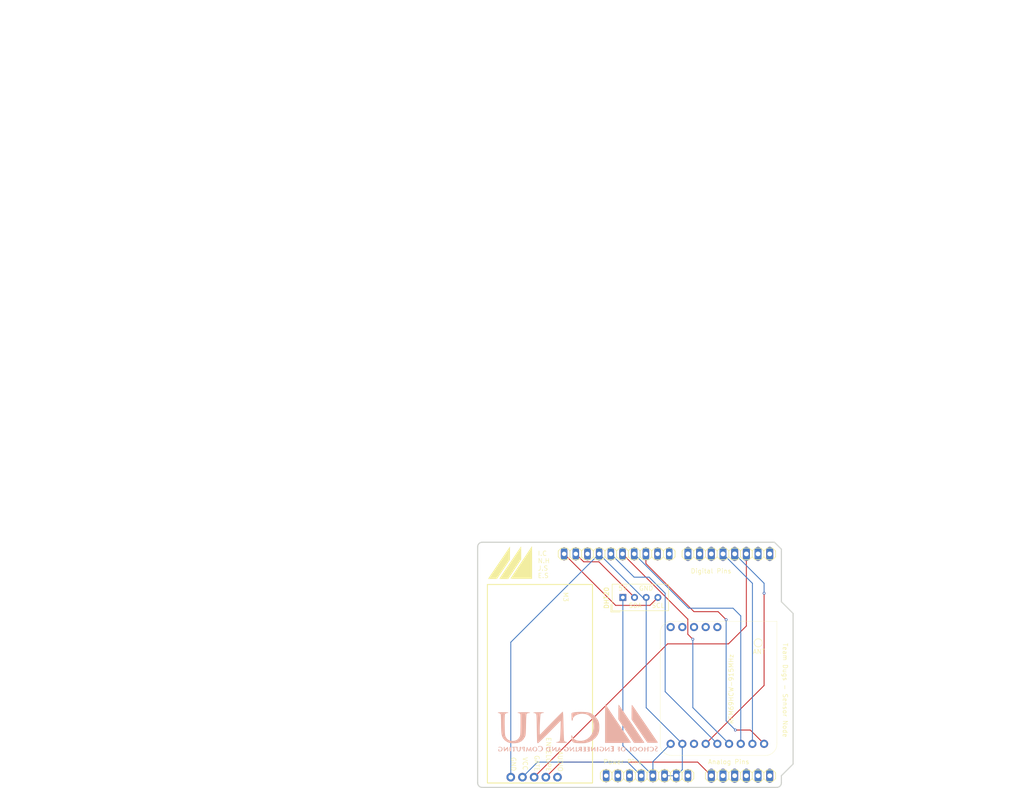
<source format=kicad_pcb>
(kicad_pcb (version 20240108) (generator "pcbnew") (generator_version "8.0")
  (layers (0 "F.Cu" signal) (31 "B.Cu" signal) (34 "B.Paste" user) (35 "F.Paste" user) (36 "B.SilkS" user "B.Silkscreen") (37 "F.SilkS" user "F.Silkscreen") (38 "B.Mask" user) (39 "F.Mask" user) (44 "Edge.Cuts" user))
  (net 0 "")
  (net 5 "/A0")
  (net 7 "/D11")
  (net 8 "/SCL")
  (net 9 "/D12")
  (net 13 "/D13")
  (net 14 "/SDA")
  (net 15 "/GND")
  (net 16 "/D3")
  (net 17 "/D4")
  (net 19 "/D5")
  (net 23 "/D2")
  (net 24 "/5V")
  (net 25 "/3.3V")
  (net 37 "/D10")
  (footprint "FINAL_FOOTPRINTS:SOUND-BOB" (layer "F.Cu") (at 249.7736 -27.8211 -90)
    (property "Reference" "SOUND_BOB1" (hide yes))
    (property "Value" "~")
    (fp_text user "GND" (at 164.4 111.3536 -90) (layer "F.SilkS") (effects (font (thickness 0.1)) (justify left bottom)))
    (fp_text user "ENVELOPE" (at 160.1 103.7336 -90) (layer "F.SilkS") (effects (font (thickness 0.1)) (justify left bottom)))
    (fp_text user "M3" (at 128.5 100 -90) (layer "F.SilkS") (effects (font (thickness 0.1)) (justify left bottom)))
    (fp_text user "AUDIO" (at 163.1 101.1936 -90) (layer "F.SilkS") (effects (font (thickness 0.1)) (justify left bottom)))
    (fp_text user "GATE" (at 164 106.2736 -90) (layer "F.SilkS") (effects (font (thickness 0.1)) (justify left bottom)))
    (fp_text user "VCC" (at 164.4 108.8136 -90) (layer "F.SilkS") (effects (font (thickness 0.1)) (justify left bottom)))
    (pad "" np_thru_hole circle (at 129.4511 96.1136 270) (size 3.302 3.302) (drill 3.302) (layers "F&B.Cu" "*.Mask"))
    (pad "" np_thru_hole circle (at 167.5511 96.1136 270) (size 3.302 3.302) (drill 3.302) (layers "F&B.Cu" "*.Mask"))
    (pad "1" thru_hole circle (at 168.8211 111.3536 270) (size 1.8796 1.8796) (drill 1.016) (layers "*.Cu" "*.Mask") (net 15 "/GND"))
    (pad "2" thru_hole circle (at 168.8211 108.8136 270) (size 1.8796 1.8796) (drill 1.016) (layers "*.Cu" "*.Mask") (net 25 "/3.3V"))
    (pad "3" thru_hole circle (at 168.8211 106.2736 270) (size 1.8796 1.8796) (drill 1.016) (layers "*.Cu" "*.Mask") (net 23 "/D2"))
    (pad "4" thru_hole circle (at 168.8211 103.7336 270) (size 1.8796 1.8796) (drill 1.016) (layers "*.Cu" "*.Mask") (net 5 "/A0"))
    (pad "5" thru_hole circle (at 168.8211 101.1936 270) (size 1.8796 1.8796) (drill 1.016) (layers "*.Cu" "*.Mask"))
  )
  (footprint "Library:POWER_PINS" (layer "F.Cu") (at 168.05 140.69)
    (property "Reference" "POWER1" (hide yes))
    (property "Value" "Power_Pins")
    (pad "1" thru_hole oval (at -8.89 0 90) (size 2.8448 1.4224) (drill 0.95) (layers "*.Cu" "*.Mask"))
    (pad "2" thru_hole oval (at -6.35 0 90) (size 2.8448 1.4224) (drill 0.95) (layers "*.Cu" "*.Mask"))
    (pad "3" thru_hole oval (at -3.81 0 90) (size 2.8448 1.4224) (drill 0.95) (layers "*.Cu" "*.Mask"))
    (pad "4" thru_hole oval (at -1.27 0 90) (size 2.8448 1.4224) (drill 0.95) (layers "*.Cu" "*.Mask") (net 25 "/3.3V"))
    (pad "5" thru_hole oval (at 1.27 0 90) (size 2.8448 1.4224) (drill 0.95) (layers "*.Cu" "*.Mask") (net 24 "/5V"))
    (pad "6" thru_hole oval (at 3.81 0 90) (size 2.8448 1.4224) (drill 0.95) (layers "*.Cu" "*.Mask") (net 15 "/GND"))
    (pad "7" thru_hole oval (at 6.35 0 90) (size 2.8448 1.4224) (drill 0.95) (layers "*.Cu" "*.Mask") (net 15 "/GND"))
    (pad "8" thru_hole oval (at 8.89 0 90) (size 2.8448 1.4224) (drill 0.95) (layers "*.Cu" "*.Mask"))
  )
  (footprint "Library:ANALOG_PINS" (layer "F.Cu") (at 188.37 140.69)
    (property "Reference" "ANALOG-1" (hide yes))
    (property "Value" "Analong Pins")
    (pad "1" thru_hole oval (at -6.35 0 90) (size 3.048 1.524) (drill 1.016) (layers "*.Cu" "*.Mask") (net 5 "/A0"))
    (pad "2" thru_hole oval (at -3.81 0 90) (size 3.048 1.524) (drill 1.016) (layers "*.Cu" "*.Mask"))
    (pad "3" thru_hole oval (at -1.27 0 90) (size 3.048 1.524) (drill 1.016) (layers "*.Cu" "*.Mask"))
    (pad "4" thru_hole oval (at 1.27 0 90) (size 3.048 1.524) (drill 1.016) (layers "*.Cu" "*.Mask"))
    (pad "5" thru_hole oval (at 3.81 0 90) (size 3.048 1.524) (drill 1.016) (layers "*.Cu" "*.Mask"))
    (pad "6" thru_hole oval (at 6.35 0 90) (size 3.048 1.524) (drill 1.016) (layers "*.Cu" "*.Mask"))
  )
  (footprint "FINAL_FOOTPRINTS:RF69_MODULE" (layer "F.Cu") (at 35.0929 16.6814)
    (property "Reference" "RFM69HCW-915MHz" (at 151.2471 105.1686 90) (layer "F.SilkS") (effects (font (thickness 0.1))))
    (property "Value" "~")
    (fp_text user "ANT" (at 155.9 97.6 0) (layer "F.SilkS") (effects (font (thickness 0.1)) (justify left bottom)))
    (pad "1" thru_hole circle (at 138.0871 117.0686 90) (size 1.778 1.778) (drill 1) (layers "*.Cu" "*.Mask") (net 24 "/5V"))
    (pad "2" thru_hole circle (at 140.6271 117.0686 90) (size 1.778 1.778) (drill 1) (layers "*.Cu" "*.Mask") (net 15 "/GND"))
    (pad "3" thru_hole circle (at 143.1671 117.0686) (size 1.7789 1.7789) (drill 1) (layers "*.Cu" "*.Mask"))
    (pad "4" thru_hole circle (at 145.7071 117.0686) (size 1.778 1.778) (drill 1) (layers "*.Cu" "*.Mask") (net 16 "/D3"))
    (pad "5" thru_hole circle (at 148.2471 117.0686 90) (size 1.778 1.778) (drill 1) (layers "*.Cu" "*.Mask") (net 13 "/D13"))
    (pad "6" thru_hole circle (at 150.7871 117.0686 90) (size 1.778 1.778) (drill 1) (layers "*.Cu" "*.Mask") (net 9 "/D12"))
    (pad "7" thru_hole circle (at 153.3271 117.0686) (size 1.778 1.778) (drill 1) (layers "*.Cu" "*.Mask") (net 7 "/D11"))
    (pad "8" thru_hole circle (at 155.8671 117.0686 90) (size 1.778 1.778) (drill 1) (layers "*.Cu" "*.Mask") (net 17 "/D4"))
    (pad "9" thru_hole circle (at 158.4071 117.0686 90) (size 1.778 1.778) (drill 1) (layers "*.Cu" "*.Mask") (net 37 "/D10"))
    (pad "10" thru_hole circle (at 138.0871 91.6686 90) (size 1.778 1.778) (drill 1) (layers "*.Cu" "*.Mask"))
    (pad "11" thru_hole circle (at 140.6271 91.6686 90) (size 1.778 1.778) (drill 1) (layers "*.Cu" "*.Mask"))
    (pad "12" thru_hole circle (at 143.1671 91.6686 90) (size 1.778 1.778) (drill 1) (layers "*.Cu" "*.Mask"))
    (pad "13" thru_hole circle (at 145.7071 91.6686 90) (size 1.778 1.778) (drill 1) (layers "*.Cu" "*.Mask"))
    (pad "14" thru_hole circle (at 148.2471 91.6686 90) (size 1.778 1.778) (drill 1) (layers "*.Cu" "*.Mask"))
  )
  (footprint "Library:DIGITAL_BOTTOM" (layer "F.Cu") (at 185.83 92.43)
    (property "Reference" "DIGITAL-L1" (hide yes))
    (property "Value" "Digital_Bottom")
    (pad "1" thru_hole oval (at -8.89 0 90) (size 3.048 1.524) (drill 1.016) (layers "*.Cu" "*.Mask"))
    (pad "2" thru_hole oval (at -6.35 0 90) (size 3.048 1.524) (drill 1.016) (layers "*.Cu" "*.Mask"))
    (pad "3" thru_hole oval (at -3.81 0 90) (size 3.048 1.524) (drill 1.016) (layers "*.Cu" "*.Mask") (net 19 "/D5"))
    (pad "4" thru_hole oval (at -1.27 0 90) (size 3.048 1.524) (drill 1.016) (layers "*.Cu" "*.Mask") (net 17 "/D4"))
    (pad "5" thru_hole oval (at 1.27 0 90) (size 3.048 1.524) (drill 1.016) (layers "*.Cu" "*.Mask") (net 16 "/D3"))
    (pad "6" thru_hole oval (at 3.81 0 90) (size 3.048 1.524) (drill 1.016) (layers "*.Cu" "*.Mask") (net 23 "/D2"))
    (pad "7" thru_hole oval (at 6.35 0 90) (size 3.048 1.524) (drill 1.016) (layers "*.Cu" "*.Mask"))
    (pad "8" thru_hole oval (at 8.89 0 90) (size 3.048 1.524) (drill 1.016) (layers "*.Cu" "*.Mask"))
  )
  (footprint "Library:DIGITAL_TOP_PINS" (layer "F.Cu") (at 161.446 92.43 180)
    (property "Reference" "DIGITAL-H1" (hide yes))
    (property "Value" "Digital_Top")
    (pad "1" thru_hole oval (at -11.43 0 270) (size 2.8448 1.4224) (drill 0.95) (layers "*.Cu" "*.Mask"))
    (pad "2" thru_hole oval (at -8.89 0 270) (size 2.8448 1.4224) (drill 0.95) (layers "*.Cu" "*.Mask"))
    (pad "3" thru_hole oval (at -6.35 0 270) (size 2.8448 1.4224) (drill 0.95) (layers "*.Cu" "*.Mask") (net 37 "/D10"))
    (pad "4" thru_hole oval (at -3.81 0 270) (size 2.8448 1.4224) (drill 0.95) (layers "*.Cu" "*.Mask") (net 7 "/D11"))
    (pad "5" thru_hole oval (at -1.27 0 270) (size 2.8448 1.4224) (drill 0.95) (layers "*.Cu" "*.Mask") (net 9 "/D12"))
    (pad "6" thru_hole oval (at 1.27 0 270) (size 2.8448 1.4224) (drill 0.95) (layers "*.Cu" "*.Mask") (net 13 "/D13"))
    (pad "7" thru_hole oval (at 3.81 0 270) (size 2.8448 1.4224) (drill 0.95) (layers "*.Cu" "*.Mask") (net 15 "/GND"))
    (pad "8" thru_hole oval (at 6.35 0 270) (size 2.8448 1.4224) (drill 0.95) (layers "*.Cu" "*.Mask"))
    (pad "9" thru_hole oval (at 8.89 0 270) (size 2.8448 1.4224) (drill 0.95) (layers "*.Cu" "*.Mask") (net 14 "/SDA"))
    (pad "10" thru_hole oval (at 11.43 0 270) (size 2.8448 1.4224) (drill 0.95) (layers "*.Cu" "*.Mask") (net 8 "/SCL"))
  )
  (footprint "LOGO" (layer "F.Cu") (at 138.25 94.25)
    (property "Reference" "G***" (hide yes))
    (property "Value" "LOGO" (hide yes))
  )
  (footprint "FINAL_FOOTPRINTS:DHT20-Temp-Humidity" (layer "F.Cu") (at 162.7875 101.9025 90)
    (property "Reference" "DHT20" (at -0.0975 -3.5375 90) (layer "F.SilkS"))
    (property "Value" "DHT20")
    (pad "1" thru_hole rect (at 0 0 90) (size 1.5 1.5) (drill 0.8) (layers "*.Cu" "*.Mask") (net 24 "/5V"))
    (pad "2" thru_hole circle (at 0 2.54 90) (size 1.5 1.5) (drill 0.8) (layers "*.Cu" "*.Mask") (net 14 "/SDA"))
    (pad "3" thru_hole circle (at 0 5.08 90) (size 1.5 1.5) (drill 0.8) (layers "*.Cu" "*.Mask") (net 15 "/GND"))
    (pad "4" thru_hole circle (at 0 7.62 90) (size 1.5 1.5) (drill 0.8) (layers "*.Cu" "*.Mask") (net 8 "/SCL"))
  )
  (footprint "LOGO" (layer "B.Cu") (at 153 130.25 180)
    (property "Reference" "G***" (hide yes))
    (property "Value" "LOGO" (hide yes))
  )
  (gr_arc (start 131.22 90.89) (mid 131.512893 90.182893) (end 132.22 89.89) (stroke (width 0.254)) (layer "Edge.Cuts"))
  (gr_arc (start 132.22 143.23) (mid 131.512893 142.937107) (end 131.22 142.23) (stroke (width 0.254)) (layer "Edge.Cuts"))
  (gr_line (start 131.22 142.23) (end 131.22 90.89) (stroke (width 0.254)) (layer "Edge.Cuts"))
  (gr_line (start 132.22 89.89) (end 195.736 89.89) (stroke (width 0.254)) (layer "Edge.Cuts"))
  (gr_line (start 197.26 140.69) (end 197.26 142.23) (stroke (width 0.254)) (layer "Edge.Cuts"))
  (gr_arc (start 197.26 142.23) (mid 196.967107 142.937107) (end 196.26 143.23) (stroke (width 0.254)) (layer "Edge.Cuts"))
  (gr_line (start 199.8 105.384) (end 199.8 138.15) (stroke (width 0.254)) (layer "Edge.Cuts"))
  (gr_line (start 197.26 102.844) (end 199.8 105.384) (stroke (width 0.254)) (layer "Edge.Cuts"))
  (gr_line (start 196.26 143.23) (end 132.22 143.23) (stroke (width 0.254)) (layer "Edge.Cuts"))
  (gr_line (start 195.736 89.89) (end 197.26 91.414) (stroke (width 0.254)) (layer "Edge.Cuts"))
  (gr_line (start 197.26 91.414) (end 197.26 102.844) (stroke (width 0.254)) (layer "Edge.Cuts"))
  (gr_line (start 199.8 138.15) (end 197.26 140.69) (stroke (width 0.254)) (layer "Edge.Cuts"))
  (gr_text "Team Dugs - Sensor Node\n" (at 197.5 111.75 270) (layer "F.SilkS") (effects (font (size 1 1) (thickness 0.1)) (justify left bottom)))
  (gr_text "Analog Pins" (at 181.25 138.25 0) (layer "F.SilkS") (effects (font (size 1 1) (thickness 0.1)) (justify left bottom)))
  (gr_text "Digital Pins" (at 177.5 96.75 0) (layer "F.SilkS") (effects (font (size 1 1) (thickness 0.1)) (justify left bottom)))
  (gr_text "SCL" (at 169 104.25 0) (layer "F.SilkS") (effects (font (size 1 1) (thickness 0.1)) (justify left bottom)))
  (gr_text "Power Pins" (at 158.5 138.25 0) (layer "F.SilkS") (effects (font (size 1 1) (thickness 0.1)) (justify left bottom)))
  (gr_text "SDA" (at 164 104.25 0) (layer "F.SilkS") (effects (font (size 1 1) (thickness 0.1)) (justify left bottom)))
  (gr_text "I.C\nN.H\nJ.S\nE.S" (at 144.25 97.75 0) (layer "F.SilkS") (effects (font (size 1 1) (thickness 0.1)) (justify left bottom)))
  (gr_text "GND" (at 166.25 100.5 0) (layer "F.SilkS") (effects (font (size 1 1) (thickness 0.1)) (justify left bottom)))
  (gr_text "5V" (at 161.75 100.5 0) (layer "F.SilkS") (effects (font (size 1 1) (thickness 0.1)) (justify left bottom)))
  (segment (start 149.311 137.729) (end 146.04 141) (width 0.2) (layer "F.Cu") (net 5))
  (segment (start 179.059 137.729) (end 149.311 137.729) (width 0.2) (layer "F.Cu") (net 5))
  (segment (start 182.02 140.69) (end 179.059 137.729) (width 0.2) (layer "F.Cu") (net 5))
  (segment (start 188.42 133.75) (end 188.42 105.92) (width 0.2) (layer "B.Cu") (net 7))
  (segment (start 186.75 104.25) (end 177.076 104.25) (width 0.2) (layer "B.Cu") (net 7))
  (segment (start 188.42 105.92) (end 186.75 104.25) (width 0.2) (layer "B.Cu") (net 7))
  (segment (start 177.076 104.25) (end 165.256 92.43) (width 0.2) (layer "B.Cu") (net 7))
  (segment (start 168.679 103.631) (end 161.217 103.631) (width 0.2) (layer "F.Cu") (net 8))
  (segment (start 170.4075 101.9025) (end 168.679 103.631) (width 0.2) (layer "F.Cu") (net 8))
  (segment (start 161.217 103.631) (end 150.016 92.43) (width 0.2) (layer "F.Cu") (net 8))
  (segment (start 176.909 106.623) (end 176.909 109.909) (width 0.2) (layer "F.Cu") (net 9))
  (segment (start 162.716 92.43) (end 176.909 106.623) (width 0.2) (layer "F.Cu") (net 9))
  (segment (start 176.909 109.909) (end 178 111) (width 0.2) (layer "F.Cu") (net 9))
  (via (at 178 111) (size 0.6) (drill 0.3) (layers "F.Cu" "B.Cu") (net 9))
  (segment (start 178 125.87) (end 185.88 133.75) (width 0.2) (layer "B.Cu") (net 9))
  (segment (start 178 111) (end 178 125.87) (width 0.2) (layer "B.Cu") (net 9))
  (segment (start 171.991 122.401) (end 171.991 100.991) (width 0.2) (layer "B.Cu") (net 13))
  (segment (start 183.34 133.75) (end 171.991 122.401) (width 0.2) (layer "B.Cu") (net 13))
  (segment (start 168.5 97.5) (end 165.246 97.5) (width 0.2) (layer "B.Cu") (net 13))
  (segment (start 165.246 97.5) (end 160.176 92.43) (width 0.2) (layer "B.Cu") (net 13))
  (segment (start 171.991 100.991) (end 168.5 97.5) (width 0.2) (layer "B.Cu") (net 13))
  (segment (start 157.5774 94.1524) (end 165.3275 101.9025) (width 0.2) (layer "F.Cu") (net 14))
  (segment (start 152.556 92.43) (end 154.2784 94.1524) (width 0.2) (layer "F.Cu") (net 14))
  (segment (start 154.2784 94.1524) (end 157.5774 94.1524) (width 0.2) (layer "F.Cu") (net 14))
  (segment (start 167.1085 101.9025) (end 157.636 92.43) (width 0.2) (layer "B.Cu") (net 15))
  (segment (start 167.8675 101.9025) (end 167.1085 101.9025) (width 0.2) (layer "B.Cu") (net 15))
  (segment (start 167.8675 125.8975) (end 167.8675 101.9025) (width 0.2) (layer "B.Cu") (net 15))
  (segment (start 138.42 111.646) (end 157.636 92.43) (width 0.2) (layer "B.Cu") (net 15))
  (segment (start 171.86 140.69) (end 174.4 140.69) (width 0.2) (layer "B.Cu") (net 15))
  (segment (start 175.72 133.75) (end 175.72 139.37) (width 0.2) (layer "B.Cu") (net 15))
  (segment (start 175.72 133.75) (end 167.8675 125.8975) (width 0.2) (layer "B.Cu") (net 15))
  (segment (start 138.42 141) (end 138.42 111.646) (width 0.2) (layer "B.Cu") (net 15))
  (segment (start 175.72 139.37) (end 174.4 140.69) (width 0.2) (layer "B.Cu") (net 15))
  (segment (start 180.8 133.75) (end 193.5 121.05) (width 0.2) (layer "F.Cu") (net 16))
  (segment (start 193.5 121.05) (end 193.5 101) (width 0.2) (layer "F.Cu") (net 16))
  (via (at 193.5 101) (size 0.6) (drill 0.3) (layers "F.Cu" "B.Cu") (net 16))
  (segment (start 193.5 98.83) (end 187.1 92.43) (width 0.2) (layer "B.Cu") (net 16))
  (segment (start 193.5 101) (end 193.5 98.83) (width 0.2) (layer "B.Cu") (net 16))
  (segment (start 190.96 98.83) (end 184.56 92.43) (width 0.2) (layer "B.Cu") (net 17))
  (segment (start 190.96 133.75) (end 190.96 98.83) (width 0.2) (layer "B.Cu") (net 17))
  (segment (start 143.5 141) (end 172.5 112) (width 0.2) (layer "F.Cu") (net 23))
  (segment (start 172.5 112) (end 185.75 112) (width 0.2) (layer "F.Cu") (net 23))
  (segment (start 185.75 112) (end 189.64 108.11) (width 0.2) (layer "F.Cu") (net 23))
  (segment (start 189.64 108.11) (end 189.64 92.43) (width 0.2) (layer "F.Cu") (net 23))
  (segment (start 169.32 137.61) (end 173.18 133.75) (width 0.2) (layer "B.Cu") (net 24))
  (segment (start 162.7875 101.9025) (end 162.7875 134.1575) (width 0.2) (layer "B.Cu") (net 24))
  (segment (start 169.32 140.69) (end 169.32 137.61) (width 0.2) (layer "B.Cu") (net 24))
  (segment (start 162.7875 134.1575) (end 169.32 140.69) (width 0.2) (layer "B.Cu") (net 24))
  (segment (start 144.231 137.729) (end 163.819 137.729) (width 0.2) (layer "B.Cu") (net 25))
  (segment (start 140.96 141) (end 144.231 137.729) (width 0.2) (layer "B.Cu") (net 25))
  (segment (start 163.819 137.729) (end 166.78 140.69) (width 0.2) (layer "B.Cu") (net 25))
  (segment (start 193.5 133.75) (end 190.5 130.75) (width 0.2) (layer "F.Cu") (net 37))
  (segment (start 185.25 106.75) (end 183.5 105) (width 0.2) (layer "F.Cu") (net 37))
  (segment (start 190.5 130.75) (end 187.25 130.75) (width 0.2) (layer "F.Cu") (net 37))
  (segment (start 183.5 105) (end 178.25 105) (width 0.2) (layer "F.Cu") (net 37))
  (segment (start 167.796 94.546) (end 167.796 92.43) (width 0.2) (layer "F.Cu") (net 37))
  (segment (start 178.25 105) (end 167.796 94.546) (width 0.2) (layer "F.Cu") (net 37))
  (via (at 187.25 130.75) (size 0.6) (drill 0.3) (layers "F.Cu" "B.Cu") (net 37))
  (via (at 185.25 106.75) (size 0.6) (drill 0.3) (layers "F.Cu" "B.Cu") (net 37))
  (segment (start 187.25 130.75) (end 185.25 128.75) (width 0.2) (layer "B.Cu") (net 37))
  (segment (start 185.25 128.75) (end 185.25 106.75) (width 0.2) (layer "B.Cu") (net 37))
)
</source>
